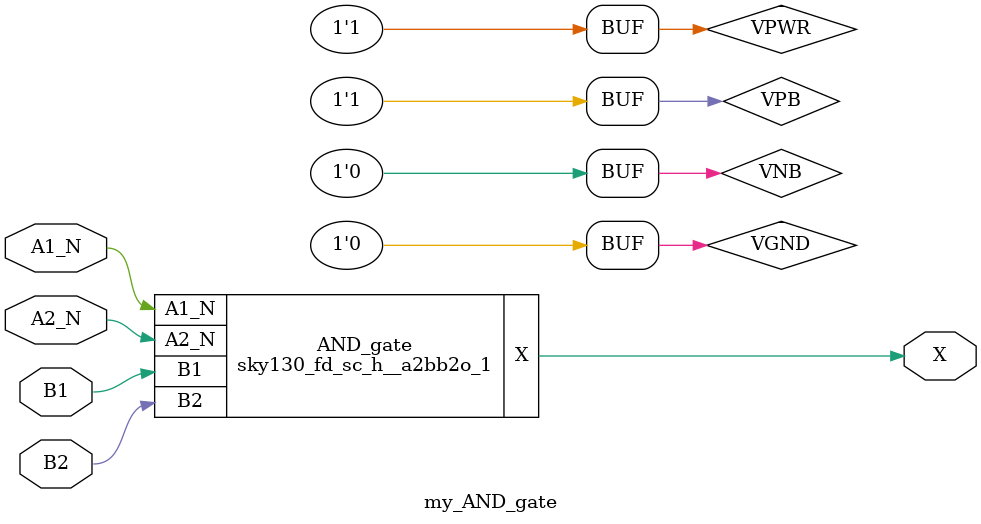
<source format=v>

module sky130_fd_sc_h__a2bb2o_1 (
    X   ,
    A1_N,
    A2_N,
    B1  ,
    B2
);

    output X   ;
    input  A1_N;
    input  A2_N;
    input  B1  ;
    input  B2  ;

    // Voltage supply signals
    supply1 VPWR;
    supply0 VGND;
    supply1 VPB ;
    supply0 VNB ;

    // Implement AND gate functionality
    assign X = (A1_N & A2_N) | (B1 & B2);

endmodule

module my_AND_gate (
    X   ,
    A1_N,
    A2_N,
    B1  ,
    B2
);

    output X   ;
    input  A1_N;
    input  A2_N;
    input  B1  ;
    input  B2  ;

    // Voltage supply signals
    supply1 VPWR;
    supply0 VGND;
    supply1 VPB ;
    supply0 VNB ;

    // Instantiate sky130_fd_sc_h__a2bb2o_1 module
    sky130_fd_sc_h__a2bb2o_1 AND_gate (
        .X(X),
        .A1_N(A1_N),
        .A2_N(A2_N),
        .B1(B1),
        .B2(B2)
    );

endmodule

</source>
